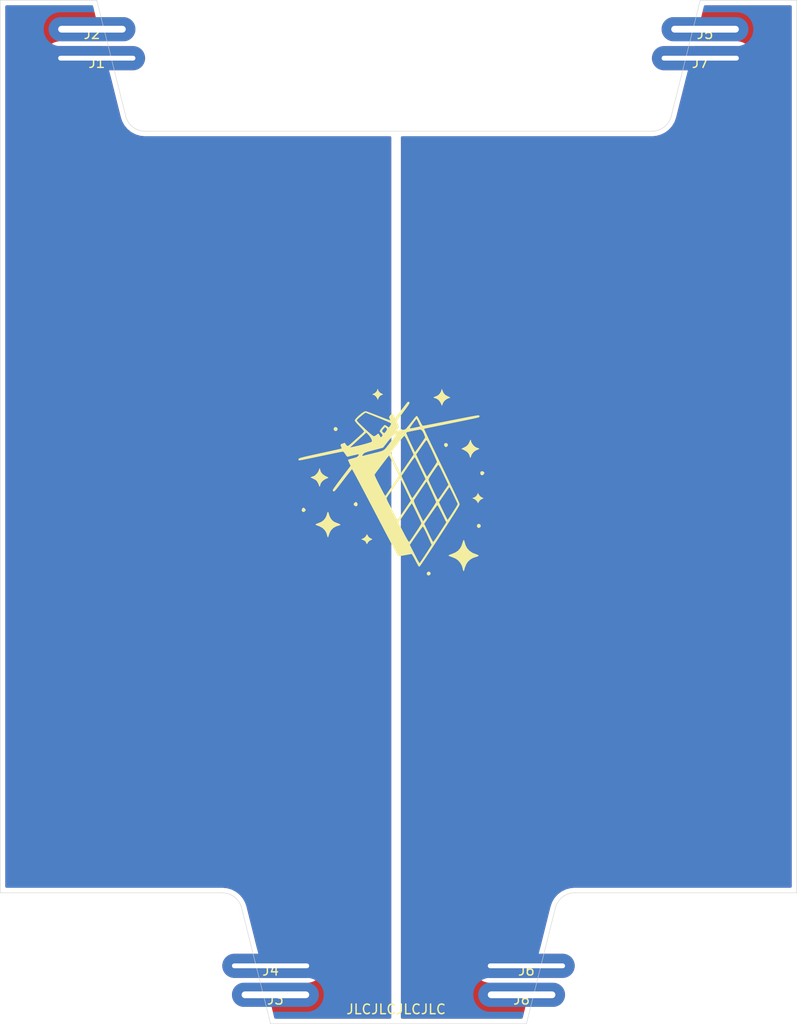
<source format=kicad_pcb>
(kicad_pcb (version 20171130) (host pcbnew 5.99.0+really5.1.10+dfsg1-1)

  (general
    (thickness 1.6)
    (drawings 19)
    (tracks 0)
    (zones 0)
    (modules 9)
    (nets 5)
  )

  (page A4)
  (layers
    (0 F.Cu signal)
    (31 B.Cu signal)
    (32 B.Adhes user)
    (33 F.Adhes user)
    (34 B.Paste user)
    (35 F.Paste user)
    (36 B.SilkS user)
    (37 F.SilkS user)
    (38 B.Mask user)
    (39 F.Mask user)
    (40 Dwgs.User user)
    (41 Cmts.User user)
    (42 Eco1.User user)
    (43 Eco2.User user)
    (44 Edge.Cuts user)
    (45 Margin user)
    (46 B.CrtYd user)
    (47 F.CrtYd user)
    (48 B.Fab user)
    (49 F.Fab user)
  )

  (setup
    (last_trace_width 0.25)
    (user_trace_width 10)
    (trace_clearance 0.5)
    (zone_clearance 0.5)
    (zone_45_only no)
    (trace_min 0.2)
    (via_size 0.8)
    (via_drill 0.4)
    (via_min_size 0.4)
    (via_min_drill 0.3)
    (uvia_size 0.3)
    (uvia_drill 0.1)
    (uvias_allowed no)
    (uvia_min_size 0.2)
    (uvia_min_drill 0.1)
    (edge_width 0.05)
    (segment_width 0.2)
    (pcb_text_width 0.3)
    (pcb_text_size 1.5 1.5)
    (mod_edge_width 0.12)
    (mod_text_size 1 1)
    (mod_text_width 0.15)
    (pad_size 1.524 1.524)
    (pad_drill 0.762)
    (pad_to_mask_clearance 0)
    (aux_axis_origin 0 0)
    (visible_elements FFFFFF7F)
    (pcbplotparams
      (layerselection 0x010fc_ffffffff)
      (usegerberextensions false)
      (usegerberattributes true)
      (usegerberadvancedattributes true)
      (creategerberjobfile true)
      (excludeedgelayer true)
      (linewidth 0.100000)
      (plotframeref false)
      (viasonmask false)
      (mode 1)
      (useauxorigin false)
      (hpglpennumber 1)
      (hpglpenspeed 20)
      (hpglpendiameter 15.000000)
      (psnegative false)
      (psa4output false)
      (plotreference true)
      (plotvalue true)
      (plotinvisibletext false)
      (padsonsilk false)
      (subtractmaskfromsilk false)
      (outputformat 1)
      (mirror false)
      (drillshape 0)
      (scaleselection 1)
      (outputdirectory "./export"))
  )

  (net 0 "")
  (net 1 "Net-(J1-Pad1)")
  (net 2 "Net-(J2-Pad1)")
  (net 3 "Net-(J5-Pad1)")
  (net 4 "Net-(J6-Pad1)")

  (net_class Default "This is the default net class."
    (clearance 0.5)
    (trace_width 0.25)
    (via_dia 0.8)
    (via_drill 0.4)
    (uvia_dia 0.3)
    (uvia_drill 0.1)
    (add_net "Net-(J1-Pad1)")
    (add_net "Net-(J2-Pad1)")
    (add_net "Net-(J5-Pad1)")
    (add_net "Net-(J6-Pad1)")
  )

  (module skyline-solar:hsl-logo (layer F.Cu) (tedit 0) (tstamp 61B3F136)
    (at 41 50)
    (fp_text reference G*** (at 0 0) (layer F.SilkS) hide
      (effects (font (size 1.524 1.524) (thickness 0.3)))
    )
    (fp_text value LOGO (at 0.75 0) (layer F.SilkS) hide
      (effects (font (size 1.524 1.524) (thickness 0.3)))
    )
    (fp_poly (pts (xy 3.494735 9.207843) (xy 3.566301 9.297869) (xy 3.57714 9.403322) (xy 3.526232 9.493238)
      (xy 3.436491 9.552903) (xy 3.330832 9.5676) (xy 3.23217 9.522615) (xy 3.2258 9.516533)
      (xy 3.178602 9.416964) (xy 3.193448 9.30295) (xy 3.262405 9.21458) (xy 3.383313 9.172777)
      (xy 3.494735 9.207843)) (layer F.SilkS) (width 0.01))
    (fp_poly (pts (xy 7.041421 5.915809) (xy 7.072999 6.004711) (xy 7.089284 6.081464) (xy 7.196037 6.448988)
      (xy 7.367821 6.762395) (xy 7.603826 7.020798) (xy 7.903245 7.223314) (xy 8.26527 7.369059)
      (xy 8.265297 7.369066) (xy 8.441239 7.431707) (xy 8.532684 7.489719) (xy 8.539669 7.543193)
      (xy 8.462231 7.592216) (xy 8.371417 7.620523) (xy 7.999366 7.744352) (xy 7.69689 7.910769)
      (xy 7.456678 8.126912) (xy 7.271418 8.399919) (xy 7.133797 8.736927) (xy 7.097385 8.864188)
      (xy 7.052494 9.025184) (xy 7.018973 9.110868) (xy 6.990949 9.128818) (xy 6.962546 9.086614)
      (xy 6.949776 9.054621) (xy 6.917018 8.944907) (xy 6.88557 8.807291) (xy 6.881557 8.786136)
      (xy 6.796426 8.524111) (xy 6.646019 8.26594) (xy 6.447299 8.0356) (xy 6.229492 7.864562)
      (xy 6.111236 7.80285) (xy 5.946547 7.731322) (xy 5.76996 7.664916) (xy 5.760578 7.661705)
      (xy 5.61007 7.60545) (xy 5.494352 7.552691) (xy 5.434173 7.51314) (xy 5.43044 7.507154)
      (xy 5.460648 7.472583) (xy 5.558195 7.42327) (xy 5.708569 7.366135) (xy 5.765862 7.347207)
      (xy 6.119344 7.202895) (xy 6.402225 7.016157) (xy 6.619995 6.781699) (xy 6.778142 6.494225)
      (xy 6.84258 6.308553) (xy 6.909153 6.092607) (xy 6.96249 5.957004) (xy 7.005582 5.898989)
      (xy 7.041421 5.915809)) (layer F.SilkS) (width 0.01))
    (fp_poly (pts (xy 1.332613 -8.403062) (xy 1.386246 -8.340233) (xy 1.3888 -8.329813) (xy 1.3888 -8.295334)
      (xy 1.373867 -8.247766) (xy 1.339137 -8.179842) (xy 1.279749 -8.084296) (xy 1.190841 -7.95386)
      (xy 1.06755 -7.781269) (xy 0.905014 -7.559256) (xy 0.69837 -7.280554) (xy 0.584184 -7.127319)
      (xy 0.042981 -6.401805) (xy 0.175072 -6.102746) (xy 0.307164 -5.803687) (xy 0.153652 -5.59001)
      (xy 0.071485 -5.473457) (xy 0.035195 -5.409541) (xy 0.040813 -5.38246) (xy 0.084372 -5.376411)
      (xy 0.099996 -5.376333) (xy 0.196782 -5.39968) (xy 0.31762 -5.458042) (xy 0.355806 -5.482167)
      (xy 0.486535 -5.561859) (xy 0.562967 -5.584674) (xy 0.591956 -5.552288) (xy 0.592667 -5.540093)
      (xy 0.628141 -5.513728) (xy 0.715736 -5.510278) (xy 0.827212 -5.526005) (xy 0.934325 -5.557173)
      (xy 1.002443 -5.594316) (xy 1.051049 -5.646) (xy 1.074663 -5.673838) (xy 1.417442 -5.673838)
      (xy 1.46818 -5.665181) (xy 1.588927 -5.675996) (xy 1.76777 -5.704374) (xy 1.992798 -5.748403)
      (xy 2.252098 -5.806172) (xy 2.273045 -5.811112) (xy 2.492923 -5.863167) (xy 2.317366 -6.255413)
      (xy 2.241132 -6.418024) (xy 2.174795 -6.545414) (xy 2.126991 -6.621778) (xy 2.109189 -6.636413)
      (xy 2.067841 -6.59787) (xy 1.992036 -6.506535) (xy 1.892758 -6.377693) (xy 1.780989 -6.226627)
      (xy 1.667714 -6.06862) (xy 1.563915 -5.918957) (xy 1.480577 -5.792922) (xy 1.428683 -5.705797)
      (xy 1.417442 -5.673838) (xy 1.074663 -5.673838) (xy 1.140761 -5.751756) (xy 1.260932 -5.898649)
      (xy 1.400915 -6.073743) (xy 1.484704 -6.180205) (xy 1.678359 -6.427431) (xy 1.826844 -6.615632)
      (xy 1.937147 -6.752478) (xy 2.016254 -6.84564) (xy 2.07115 -6.902786) (xy 2.108823 -6.931588)
      (xy 2.136258 -6.939715) (xy 2.160442 -6.934837) (xy 2.169114 -6.931599) (xy 2.211601 -6.88552)
      (xy 2.280166 -6.777881) (xy 2.365753 -6.624158) (xy 2.459306 -6.439822) (xy 2.470593 -6.416473)
      (xy 2.563364 -6.232344) (xy 2.648297 -6.079814) (xy 2.716733 -5.973356) (xy 2.760015 -5.92744)
      (xy 2.763627 -5.926667) (xy 2.819365 -5.934125) (xy 2.949395 -5.956632) (xy 3.154746 -5.994386)
      (xy 3.436446 -6.047583) (xy 3.795524 -6.116422) (xy 4.233008 -6.2011) (xy 4.749926 -6.301816)
      (xy 5.347306 -6.418765) (xy 6.026177 -6.552147) (xy 6.371167 -6.620072) (xy 6.86829 -6.717647)
      (xy 7.288469 -6.799244) (xy 7.637699 -6.865901) (xy 7.921974 -6.918656) (xy 8.14729 -6.958549)
      (xy 8.319641 -6.986616) (xy 8.445022 -7.003896) (xy 8.529429 -7.011427) (xy 8.578856 -7.010248)
      (xy 8.595178 -7.005233) (xy 8.629679 -6.946287) (xy 8.636 -6.899467) (xy 8.635925 -6.880271)
      (xy 8.63224 -6.862741) (xy 8.619756 -6.845666) (xy 8.593282 -6.827836) (xy 8.547631 -6.808039)
      (xy 8.477611 -6.785065) (xy 8.378033 -6.757704) (xy 8.243708 -6.724744) (xy 8.069447 -6.684974)
      (xy 7.850059 -6.637185) (xy 7.580354 -6.580165) (xy 7.255145 -6.512703) (xy 6.86924 -6.433589)
      (xy 6.41745 -6.341611) (xy 5.894586 -6.23556) (xy 5.295459 -6.114225) (xy 5.104839 -6.075627)
      (xy 4.686026 -5.990654) (xy 4.292931 -5.910572) (xy 3.933243 -5.836972) (xy 3.614648 -5.771442)
      (xy 3.344836 -5.71557) (xy 3.131495 -5.670945) (xy 2.982312 -5.639156) (xy 2.904976 -5.621792)
      (xy 2.895662 -5.619107) (xy 2.905237 -5.586938) (xy 2.943138 -5.497617) (xy 3.010322 -5.349121)
      (xy 3.107752 -5.139427) (xy 3.236385 -4.866511) (xy 3.397182 -4.52835) (xy 3.591102 -4.122922)
      (xy 3.819104 -3.648201) (xy 4.08215 -3.102167) (xy 4.381197 -2.482794) (xy 4.486558 -2.264833)
      (xy 4.78909 -1.638272) (xy 5.074754 -1.044899) (xy 5.34164 -0.488751) (xy 5.587839 0.026137)
      (xy 5.811444 0.495726) (xy 6.010544 0.91598) (xy 6.183231 1.282862) (xy 6.327597 1.592335)
      (xy 6.44173 1.840364) (xy 6.523724 2.02291) (xy 6.571669 2.135937) (xy 6.583499 2.169492)
      (xy 6.579552 2.218109) (xy 6.548343 2.300167) (xy 6.486069 2.422489) (xy 6.388931 2.591896)
      (xy 6.253128 2.81521) (xy 6.074862 3.099253) (xy 5.999785 3.217333) (xy 5.683453 3.712461)
      (xy 5.363498 4.211193) (xy 5.043389 4.708251) (xy 4.726591 5.198357) (xy 4.416573 5.676234)
      (xy 4.116801 6.136602) (xy 3.830743 6.574185) (xy 3.561864 6.983703) (xy 3.313633 7.359879)
      (xy 3.089517 7.697435) (xy 2.892982 7.991093) (xy 2.727495 8.235574) (xy 2.596524 8.4256)
      (xy 2.503535 8.555894) (xy 2.451996 8.621177) (xy 2.447003 8.625939) (xy 2.384563 8.65818)
      (xy 2.337819 8.625939) (xy 2.304163 8.571757) (xy 2.239319 8.456143) (xy 2.150832 8.292955)
      (xy 2.046244 8.096047) (xy 1.969972 7.950332) (xy 1.852331 7.730811) (xy 1.749352 7.551295)
      (xy 1.667291 7.421911) (xy 1.612402 7.352791) (xy 1.595686 7.344236) (xy 1.538241 7.356846)
      (xy 1.413049 7.381051) (xy 1.235772 7.413924) (xy 1.022076 7.45254) (xy 0.896391 7.474866)
      (xy 0.644442 7.518202) (xy 0.462803 7.545992) (xy 0.338755 7.559242) (xy 0.259575 7.558961)
      (xy 0.212542 7.546156) (xy 0.192261 7.530629) (xy 0.165121 7.485451) (xy 0.101587 7.370437)
      (xy 0.004431 7.190815) (xy -0.123579 6.951814) (xy -0.27967 6.658662) (xy -0.416338 6.400943)
      (xy 1.421582 6.400943) (xy 1.789048 7.126888) (xy 1.981267 7.503068) (xy 2.140998 7.808024)
      (xy 2.267565 8.04054) (xy 2.360298 8.1994) (xy 2.418522 8.283386) (xy 2.436681 8.297333)
      (xy 2.465326 8.263515) (xy 2.532713 8.169069) (xy 2.631671 8.024503) (xy 2.755032 7.840328)
      (xy 2.895626 7.627054) (xy 2.934804 7.567083) (xy 3.088974 7.330307) (xy 3.236699 7.102816)
      (xy 3.368246 6.899643) (xy 3.473885 6.735823) (xy 3.543881 6.626389) (xy 3.548402 6.619243)
      (xy 3.685845 6.401654) (xy 3.456765 5.87841) (xy 3.32488 5.582221) (xy 3.196391 5.302987)
      (xy 3.076238 5.050648) (xy 2.969364 4.835141) (xy 2.88071 4.666405) (xy 2.815218 4.554377)
      (xy 2.77783 4.508997) (xy 2.775585 4.5085) (xy 2.736197 4.542824) (xy 2.654519 4.641798)
      (xy 2.534925 4.799424) (xy 2.381785 5.009703) (xy 2.199471 5.266636) (xy 1.992357 5.564227)
      (xy 1.777342 5.878055) (xy 1.421582 6.400943) (xy -0.416338 6.400943) (xy -0.461072 6.316587)
      (xy -0.665015 5.930817) (xy -0.888727 5.50658) (xy -1.129439 5.049105) (xy -1.384379 4.563619)
      (xy -1.635512 4.084475) (xy 0.24488 4.084475) (xy 0.46445 4.529321) (xy 0.624154 4.848551)
      (xy 0.778915 5.149801) (xy 0.923895 5.424309) (xy 1.054258 5.663314) (xy 1.165168 5.858056)
      (xy 1.251787 5.999773) (xy 1.309278 6.079706) (xy 1.328507 6.094393) (xy 1.377922 6.061275)
      (xy 1.452227 5.978395) (xy 1.499709 5.914477) (xy 1.704417 5.617308) (xy 1.902072 5.325685)
      (xy 2.08701 5.048376) (xy 2.253563 4.794147) (xy 2.396066 4.571765) (xy 2.508852 4.389997)
      (xy 2.586256 4.25761) (xy 2.60472 4.219904) (xy 2.912765 4.219904) (xy 3.260857 4.956869)
      (xy 3.416618 5.285916) (xy 3.540717 5.546001) (xy 3.637183 5.744937) (xy 3.710046 5.890538)
      (xy 3.763336 5.990618) (xy 3.801083 6.052989) (xy 3.827316 6.085466) (xy 3.846065 6.095862)
      (xy 3.848369 6.096) (xy 3.88178 6.062185) (xy 3.953469 5.967857) (xy 4.055882 5.823695)
      (xy 4.181466 5.640373) (xy 4.322667 5.428571) (xy 4.35003 5.386917) (xy 4.508024 5.145426)
      (xy 4.664527 4.905468) (xy 4.808142 4.684571) (xy 4.927471 4.500265) (xy 5.007888 4.375143)
      (xy 5.201027 4.072452) (xy 4.761618 3.179226) (xy 4.636114 2.927369) (xy 4.521232 2.703009)
      (xy 4.422627 2.516694) (xy 4.345955 2.378972) (xy 4.296871 2.300392) (xy 4.282735 2.286)
      (xy 4.260207 2.301954) (xy 4.215626 2.352978) (xy 4.145605 2.443814) (xy 4.046755 2.579205)
      (xy 3.915688 2.763894) (xy 3.749018 3.002623) (xy 3.543355 3.300136) (xy 3.295313 3.661174)
      (xy 3.176217 3.835035) (xy 2.912765 4.219904) (xy 2.60472 4.219904) (xy 2.622611 4.18337)
      (xy 2.624667 4.173897) (xy 2.607138 4.11972) (xy 2.558443 4.003915) (xy 2.484419 3.838604)
      (xy 2.390901 3.635911) (xy 2.283726 3.40796) (xy 2.16873 3.166872) (xy 2.05175 2.924773)
      (xy 1.93862 2.693784) (xy 1.835179 2.48603) (xy 1.747262 2.313634) (xy 1.680706 2.188718)
      (xy 1.641346 2.123407) (xy 1.634295 2.116667) (xy 1.604951 2.139918) (xy 1.544675 2.212206)
      (xy 1.450726 2.337336) (xy 1.320363 2.519108) (xy 1.150845 2.761327) (xy 0.939431 3.067795)
      (xy 0.764886 3.322821) (xy 0.24488 4.084475) (xy -1.635512 4.084475) (xy -1.650777 4.055351)
      (xy -1.757048 3.852333) (xy -2.160829 3.080938) (xy -2.527092 2.381799) (xy -2.857363 1.752045)
      (xy -2.961114 1.554494) (xy -0.982766 1.554494) (xy -0.980669 1.60881) (xy -0.958445 1.687343)
      (xy -0.911759 1.801313) (xy -0.836277 1.961934) (xy -0.727663 2.180423) (xy -0.658235 2.317515)
      (xy -0.499979 2.626707) (xy -0.348563 2.918409) (xy -0.208813 3.183666) (xy -0.085555 3.413524)
      (xy 0.016386 3.59903) (xy 0.092183 3.73123) (xy 0.137011 3.80117) (xy 0.14619 3.81)
      (xy 0.176301 3.778064) (xy 0.241824 3.693496) (xy 0.329804 3.573152) (xy 0.349562 3.545417)
      (xy 0.432517 3.426945) (xy 0.551967 3.254319) (xy 0.696941 3.043497) (xy 0.856467 2.810435)
      (xy 1.019575 2.57109) (xy 1.031137 2.554081) (xy 1.525051 1.82733) (xy 1.514425 1.804126)
      (xy 1.842254 1.804126) (xy 1.845137 1.864331) (xy 1.865594 1.948875) (xy 1.906823 2.06574)
      (xy 1.972021 2.22291) (xy 2.064383 2.428367) (xy 2.187107 2.690094) (xy 2.343389 3.016073)
      (xy 2.420257 3.175) (xy 2.799737 3.958167) (xy 2.902939 3.831167) (xy 2.955919 3.760523)
      (xy 3.048342 3.631512) (xy 3.172039 3.45578) (xy 3.318842 3.244969) (xy 3.480582 3.010727)
      (xy 3.577404 2.869615) (xy 3.737829 2.632763) (xy 3.880845 2.416842) (xy 3.999792 2.232303)
      (xy 4.088009 2.089595) (xy 4.138835 1.999167) (xy 4.144535 1.984241) (xy 4.443668 1.984241)
      (xy 4.54344 2.209204) (xy 4.633076 2.407094) (xy 4.73673 2.629119) (xy 4.848216 2.862787)
      (xy 4.96135 3.095608) (xy 5.069946 3.315091) (xy 5.167821 3.508743) (xy 5.24879 3.664074)
      (xy 5.306668 3.768593) (xy 5.335271 3.809808) (xy 5.336025 3.81) (xy 5.368024 3.776261)
      (xy 5.437963 3.682508) (xy 5.53798 3.539936) (xy 5.660214 3.359737) (xy 5.789412 3.164417)
      (xy 5.93201 2.944215) (xy 6.064358 2.735884) (xy 6.176889 2.554788) (xy 6.260034 2.416291)
      (xy 6.29956 2.345309) (xy 6.387531 2.171785) (xy 6.10036 1.562143) (xy 5.925978 1.194673)
      (xy 5.781656 0.896384) (xy 5.668309 0.669093) (xy 5.586854 0.514618) (xy 5.538208 0.434776)
      (xy 5.52584 0.423333) (xy 5.497698 0.456745) (xy 5.429154 0.550344) (xy 5.327228 0.694178)
      (xy 5.198939 0.878294) (xy 5.051305 1.092738) (xy 4.97545 1.203787) (xy 4.443668 1.984241)
      (xy 4.144535 1.984241) (xy 4.148667 1.973423) (xy 4.131813 1.918835) (xy 4.084906 1.802849)
      (xy 4.013429 1.637234) (xy 3.922865 1.433762) (xy 3.818694 1.204203) (xy 3.706401 0.960327)
      (xy 3.591467 0.713905) (xy 3.479374 0.476708) (xy 3.375606 0.260506) (xy 3.285644 0.077069)
      (xy 3.214971 -0.061831) (xy 3.169069 -0.144425) (xy 3.153967 -0.162168) (xy 3.119644 -0.116544)
      (xy 3.046065 -0.011963) (xy 2.940982 0.140113) (xy 2.812145 0.328222) (xy 2.667308 0.540904)
      (xy 2.514221 0.766696) (xy 2.360636 0.994138) (xy 2.214306 1.211769) (xy 2.082982 1.408125)
      (xy 1.974415 1.571747) (xy 1.896358 1.691173) (xy 1.856562 1.754941) (xy 1.853751 1.760277)
      (xy 1.842254 1.804126) (xy 1.514425 1.804126) (xy 1.3829 1.516915) (xy 1.316874 1.374304)
      (xy 1.229378 1.187602) (xy 1.126239 0.969016) (xy 1.013286 0.730751) (xy 0.896346 0.485014)
      (xy 0.781249 0.244011) (xy 0.673822 0.019948) (xy 0.579894 -0.174969) (xy 0.505292 -0.328533)
      (xy 0.455845 -0.428538) (xy 0.437742 -0.462576) (xy 0.404306 -0.447819) (xy 0.359765 -0.399076)
      (xy 0.299331 -0.317125) (xy 0.203038 -0.182622) (xy 0.0789 -0.007097) (xy -0.065071 0.197918)
      (xy -0.220863 0.420894) (xy -0.380463 0.6503) (xy -0.535859 0.874606) (xy -0.679038 1.082281)
      (xy -0.801987 1.261795) (xy -0.896696 1.401619) (xy -0.95515 1.49022) (xy -0.96907 1.513181)
      (xy -0.982766 1.554494) (xy -2.961114 1.554494) (xy -3.153169 1.188808) (xy -3.416036 0.689215)
      (xy -3.647489 0.250397) (xy -3.849057 -0.130516) (xy -4.022263 -0.456395) (xy -4.168635 -0.730111)
      (xy -4.246437 -0.874336) (xy -2.225863 -0.874336) (xy -2.215531 -0.809261) (xy -2.162703 -0.671097)
      (xy -2.06743 -0.459955) (xy -1.929765 -0.175944) (xy -1.74976 0.180825) (xy -1.527467 0.610243)
      (xy -1.430805 0.794567) (xy -1.317103 1.009875) (xy -1.235427 1.15949) (xy -1.178427 1.252669)
      (xy -1.138751 1.298671) (xy -1.109048 1.306754) (xy -1.081967 1.286177) (xy -1.061063 1.260234)
      (xy -1.018199 1.200352) (xy -0.935152 1.080442) (xy -0.81893 0.910769) (xy -0.676542 0.701601)
      (xy -0.514996 0.463203) (xy -0.342367 0.207425) (xy 0.286483 -0.726148) (xy 0.55318 -0.726148)
      (xy 1.059983 0.338631) (xy 1.223272 0.682183) (xy 1.353747 0.956692) (xy 1.455561 1.169285)
      (xy 1.532869 1.327086) (xy 1.589825 1.437221) (xy 1.630584 1.506817) (xy 1.659301 1.542999)
      (xy 1.680131 1.552894) (xy 1.697227 1.543627) (xy 1.714744 1.522323) (xy 1.735578 1.497407)
      (xy 1.77962 1.441729) (xy 1.863906 1.326343) (xy 1.981127 1.161595) (xy 2.123975 0.95783)
      (xy 2.285139 0.725391) (xy 2.429828 0.514816) (xy 2.596336 0.270851) (xy 2.745865 0.050527)
      (xy 2.872094 -0.136738) (xy 2.9687 -0.281528) (xy 3.016844 -0.355259) (xy 3.360659 -0.355259)
      (xy 3.362059 -0.316139) (xy 3.387466 -0.248285) (xy 3.443129 -0.118864) (xy 3.522785 0.058829)
      (xy 3.620173 0.271497) (xy 3.729029 0.505847) (xy 3.843091 0.748581) (xy 3.956098 0.986405)
      (xy 4.061786 1.206023) (xy 4.153893 1.394139) (xy 4.226157 1.537459) (xy 4.272316 1.622685)
      (xy 4.282538 1.638113) (xy 4.336102 1.686263) (xy 4.354933 1.69333) (xy 4.38832 1.660595)
      (xy 4.457871 1.572067) (xy 4.552575 1.442258) (xy 4.6355 1.323608) (xy 4.776612 1.11807)
      (xy 4.938784 0.881647) (xy 5.095271 0.653337) (xy 5.156024 0.564633) (xy 5.422549 0.175377)
      (xy 4.992882 -0.727228) (xy 4.832951 -1.062251) (xy 4.704626 -1.327883) (xy 4.603646 -1.531429)
      (xy 4.525751 -1.680191) (xy 4.466678 -1.781472) (xy 4.422166 -1.842577) (xy 4.387953 -1.870809)
      (xy 4.35978 -1.873471) (xy 4.333383 -1.857867) (xy 4.333244 -1.857752) (xy 4.291657 -1.808215)
      (xy 4.211504 -1.699833) (xy 4.101066 -1.544288) (xy 3.968623 -1.353261) (xy 3.822454 -1.138434)
      (xy 3.804713 -1.112098) (xy 3.637161 -0.860292) (xy 3.514095 -0.667903) (xy 3.4304 -0.525733)
      (xy 3.38096 -0.424585) (xy 3.360659 -0.355259) (xy 3.016844 -0.355259) (xy 3.029362 -0.374429)
      (xy 3.048 -0.405889) (xy 3.030283 -0.453898) (xy 2.980866 -0.564967) (xy 2.905348 -0.727618)
      (xy 2.809327 -0.930374) (xy 2.698402 -1.161757) (xy 2.578174 -1.41029) (xy 2.45424 -1.664494)
      (xy 2.332201 -1.912892) (xy 2.217654 -2.144007) (xy 2.116199 -2.346361) (xy 2.033435 -2.508475)
      (xy 1.974961 -2.618874) (xy 1.946377 -2.666078) (xy 1.944976 -2.667) (xy 1.917824 -2.653431)
      (xy 1.872869 -2.608688) (xy 1.805628 -2.526713) (xy 1.711618 -2.40145) (xy 1.586357 -2.226843)
      (xy 1.425362 -1.996836) (xy 1.22415 -1.705372) (xy 1.109201 -1.537824) (xy 0.55318 -0.726148)
      (xy 0.286483 -0.726148) (xy 0.302089 -0.749316) (xy -0.106007 -1.612908) (xy -0.230898 -1.875276)
      (xy -0.350525 -2.123056) (xy -0.457909 -2.342059) (xy -0.546068 -2.518096) (xy -0.608021 -2.636979)
      (xy -0.623189 -2.664128) (xy -0.732273 -2.851755) (xy -0.833537 -2.727628) (xy -0.91924 -2.619958)
      (xy -1.03744 -2.467789) (xy -1.180004 -2.28195) (xy -1.338797 -2.073266) (xy -1.505685 -1.852566)
      (xy -1.672534 -1.630676) (xy -1.83121 -1.418423) (xy -1.973579 -1.226635) (xy -2.091507 -1.066138)
      (xy -2.176859 -0.94776) (xy -2.221502 -0.882328) (xy -2.225863 -0.874336) (xy -4.246437 -0.874336)
      (xy -4.2897 -0.954533) (xy -4.386982 -1.132532) (xy -4.462009 -1.266979) (xy -4.516306 -1.360743)
      (xy -4.5514 -1.416695) (xy -4.568817 -1.437706) (xy -4.570019 -1.438021) (xy -4.600614 -1.405373)
      (xy -4.675913 -1.313666) (xy -4.789354 -1.171225) (xy -4.934379 -0.986375) (xy -5.104428 -0.767441)
      (xy -5.29294 -0.522746) (xy -5.353268 -0.444052) (xy -5.613214 -0.104879) (xy -5.82689 0.172686)
      (xy -5.999338 0.39438) (xy -6.135605 0.565938) (xy -6.240736 0.693098) (xy -6.319775 0.781593)
      (xy -6.377767 0.837162) (xy -6.419757 0.865539) (xy -6.45079 0.87246) (xy -6.47591 0.863662)
      (xy -6.492569 0.851313) (xy -6.548781 0.784071) (xy -6.560975 0.746233) (xy -6.534186 0.686686)
      (xy -6.455034 0.562051) (xy -6.324181 0.373248) (xy -6.142288 0.121195) (xy -5.910018 -0.193188)
      (xy -5.628033 -0.568984) (xy -5.340113 -0.948669) (xy -4.704769 -1.783139) (xy -4.849753 -2.085668)
      (xy -4.913901 -2.230335) (xy -4.95499 -2.344772) (xy -4.966138 -2.409013) (xy -4.963285 -2.415029)
      (xy -4.910699 -2.436677) (xy -4.795991 -2.472317) (xy -4.639298 -2.515897) (xy -4.550833 -2.538945)
      (xy -4.36876 -2.588202) (xy -4.207059 -2.637054) (xy -4.09133 -2.67757) (xy -4.062503 -2.690237)
      (xy -3.981094 -2.751841) (xy -3.929352 -2.813396) (xy -3.505958 -2.813396) (xy -3.451432 -2.807277)
      (xy -3.439583 -2.810517) (xy -3.377598 -2.827033) (xy -3.246787 -2.860469) (xy -3.060529 -2.907453)
      (xy -2.832197 -2.964617) (xy -2.575168 -3.028591) (xy -2.497667 -3.047813) (xy -2.267805 -3.104282)
      (xy -0.5548 -3.104282) (xy -0.379633 -2.706228) (xy -0.275692 -2.47448) (xy -0.161114 -2.22651)
      (xy -0.041662 -1.973993) (xy 0.076899 -1.728602) (xy 0.188805 -1.502013) (xy 0.288292 -1.305899)
      (xy 0.369596 -1.151934) (xy 0.426952 -1.051793) (xy 0.454363 -1.017126) (xy 0.493183 -1.049735)
      (xy 0.564716 -1.134457) (xy 0.653978 -1.253453) (xy 0.660227 -1.262217) (xy 0.738633 -1.37403)
      (xy 0.853883 -1.540352) (xy 0.995271 -1.745637) (xy 1.152094 -1.974341) (xy 1.313646 -2.210919)
      (xy 1.325062 -2.227677) (xy 1.816503 -2.949171) (xy 1.810891 -2.961604) (xy 2.080603 -2.961604)
      (xy 2.242697 -2.610752) (xy 2.386014 -2.303357) (xy 2.531264 -1.996918) (xy 2.673708 -1.700965)
      (xy 2.808606 -1.425026) (xy 2.931219 -1.178629) (xy 3.036807 -0.971304) (xy 3.120631 -0.81258)
      (xy 3.17795 -0.711984) (xy 3.203574 -0.67894) (xy 3.245762 -0.711791) (xy 3.315461 -0.794064)
      (xy 3.363024 -0.858857) (xy 3.567171 -1.15327) (xy 3.753551 -1.426107) (xy 3.916849 -1.669288)
      (xy 4.051753 -1.874735) (xy 4.152948 -2.034368) (xy 4.21512 -2.140107) (xy 4.233333 -2.182092)
      (xy 4.215592 -2.246354) (xy 4.166188 -2.373143) (xy 4.090851 -2.550306) (xy 3.995311 -2.76569)
      (xy 3.885297 -3.007146) (xy 3.766539 -3.26252) (xy 3.644766 -3.51966) (xy 3.525709 -3.766416)
      (xy 3.415097 -3.990635) (xy 3.318659 -4.180165) (xy 3.242126 -4.322854) (xy 3.191227 -4.406551)
      (xy 3.176889 -4.422666) (xy 3.159771 -4.433451) (xy 3.143096 -4.436646) (xy 3.120693 -4.424473)
      (xy 3.086391 -4.389157) (xy 3.034017 -4.322919) (xy 2.957401 -4.217984) (xy 2.850372 -4.066574)
      (xy 2.706757 -3.860912) (xy 2.532551 -3.610691) (xy 2.080603 -2.961604) (xy 1.810891 -2.961604)
      (xy 1.550556 -3.538336) (xy 1.362114 -3.951134) (xy 1.204209 -4.286812) (xy 1.076053 -4.546907)
      (xy 0.976861 -4.732958) (xy 0.905844 -4.846504) (xy 0.862215 -4.889083) (xy 0.859062 -4.8895)
      (xy 0.820049 -4.857637) (xy 0.738445 -4.76927) (xy 0.622981 -4.635235) (xy 0.482388 -4.466367)
      (xy 0.325397 -4.2735) (xy 0.16074 -4.067469) (xy -0.002853 -3.85911) (xy -0.15665 -3.659256)
      (xy -0.29192 -3.478744) (xy -0.399932 -3.328407) (xy -0.406064 -3.319558) (xy -0.5548 -3.104282)
      (xy -2.267805 -3.104282) (xy -2.152891 -3.132512) (xy -1.878195 -3.200673) (xy -1.662134 -3.258616)
      (xy -1.493267 -3.312662) (xy -1.360149 -3.36913) (xy -1.251338 -3.434342) (xy -1.155389 -3.514616)
      (xy -1.060861 -3.616274) (xy -0.956309 -3.745635) (xy -0.83029 -3.90902) (xy -0.749508 -4.013334)
      (xy -0.524751 -4.302818) (xy -0.348869 -4.53291) (xy -0.217713 -4.710226) (xy -0.127133 -4.841378)
      (xy -0.072977 -4.932982) (xy -0.051097 -4.991651) (xy -0.057342 -5.024) (xy -0.087562 -5.036642)
      (xy -0.106779 -5.037667) (xy -0.191565 -5.002486) (xy -0.318437 -4.899183) (xy -0.484109 -4.73112)
      (xy -0.685295 -4.501656) (xy -0.918708 -4.214154) (xy -0.945964 -4.179445) (xy -1.351183 -3.661833)
      (xy -2.231342 -3.434281) (xy -2.55609 -3.349502) (xy -2.809342 -3.280693) (xy -3.001855 -3.223755)
      (xy -3.144386 -3.174593) (xy -3.247693 -3.129111) (xy -3.322533 -3.083211) (xy -3.379665 -3.032798)
      (xy -3.425262 -2.979637) (xy -3.497147 -2.871878) (xy -3.505958 -2.813396) (xy -3.929352 -2.813396)
      (xy -3.908086 -2.838694) (xy -3.861312 -2.924557) (xy -3.858603 -2.983195) (xy -3.861247 -2.986358)
      (xy -3.906686 -2.983838) (xy -4.016684 -2.96424) (xy -4.173792 -2.931535) (xy -4.360559 -2.889697)
      (xy -4.559536 -2.842699) (xy -4.753275 -2.794514) (xy -4.924325 -2.749113) (xy -5.005704 -2.72579)
      (xy -5.058496 -2.734101) (xy -5.124601 -2.795172) (xy -5.21375 -2.919036) (xy -5.253849 -2.981715)
      (xy -5.369302 -3.148018) (xy -5.460237 -3.240546) (xy -5.507571 -3.259667) (xy -5.568947 -3.25116)
      (xy -5.701368 -3.227184) (xy -5.893098 -3.190053) (xy -6.132403 -3.142085) (xy -6.407551 -3.085593)
      (xy -6.698759 -3.024596) (xy -7.305186 -2.896445) (xy -7.834117 -2.784865) (xy -8.290863 -2.688791)
      (xy -8.680735 -2.607155) (xy -9.009047 -2.538891) (xy -9.281109 -2.482932) (xy -9.502234 -2.438211)
      (xy -9.677734 -2.403661) (xy -9.81292 -2.378216) (xy -9.913105 -2.360809) (xy -9.9836 -2.350372)
      (xy -10.029718 -2.345841) (xy -10.056771 -2.346146) (xy -10.066331 -2.34831) (xy -10.106095 -2.401997)
      (xy -10.110053 -2.465728) (xy -10.102462 -2.492036) (xy -10.083485 -2.517283) (xy -10.047161 -2.543039)
      (xy -9.987526 -2.570875) (xy -9.898619 -2.602362) (xy -9.774477 -2.639068) (xy -9.609137 -2.682566)
      (xy -9.396638 -2.734425) (xy -9.131017 -2.796215) (xy -8.806311 -2.869508) (xy -8.416559 -2.955872)
      (xy -7.955798 -3.05688) (xy -7.43233 -3.170996) (xy -7.057088 -3.253046) (xy -6.707897 -3.330114)
      (xy -6.393351 -3.400252) (xy -6.122043 -3.461511) (xy -5.902567 -3.511941) (xy -5.743514 -3.549594)
      (xy -5.653478 -3.57252) (xy -5.63616 -3.578396) (xy -5.639152 -3.62606) (xy -5.6661 -3.700587)
      (xy -4.741333 -3.700587) (xy -4.706449 -3.693669) (xy -4.646083 -3.702973) (xy -4.56293 -3.721251)
      (xy -4.421844 -3.751713) (xy -4.24772 -3.788994) (xy -4.169833 -3.805585) (xy -3.984611 -3.847942)
      (xy -3.755847 -3.904703) (xy -3.503309 -3.970484) (xy -3.246764 -4.039901) (xy -3.005978 -4.107568)
      (xy -2.800718 -4.168102) (xy -2.650751 -4.216117) (xy -2.613554 -4.229511) (xy -2.519826 -4.294162)
      (xy -2.498064 -4.369869) (xy -2.526026 -4.484934) (xy -2.600093 -4.637657) (xy -2.706641 -4.805693)
      (xy -2.832041 -4.966696) (xy -2.916902 -5.056698) (xy -3.090038 -5.223895) (xy -3.227769 -5.095793)
      (xy -3.299952 -5.029377) (xy -3.423356 -4.916616) (xy -3.586452 -4.768007) (xy -3.777716 -4.594052)
      (xy -3.98562 -4.405247) (xy -4.053417 -4.343739) (xy -4.253817 -4.161137) (xy -4.431233 -3.997877)
      (xy -4.576662 -3.862377) (xy -4.681098 -3.763056) (xy -4.735538 -3.708332) (xy -4.741333 -3.700587)
      (xy -5.6661 -3.700587) (xy -5.672608 -3.718582) (xy -5.686246 -3.748468) (xy -5.741671 -3.883918)
      (xy -5.742668 -3.971059) (xy -5.679833 -4.031235) (xy -5.54376 -4.085791) (xy -5.536551 -4.088195)
      (xy -5.315769 -4.161527) (xy -5.229635 -4.043388) (xy -5.16884 -3.956873) (xy -5.119997 -3.891118)
      (xy -5.07433 -3.85004) (xy -5.023068 -3.837557) (xy -4.957436 -3.857585) (xy -4.868662 -3.914041)
      (xy -4.747971 -4.010843) (xy -4.586591 -4.151907) (xy -4.375748 -4.341149) (xy -4.191 -4.507096)
      (xy -3.967202 -4.708506) (xy -3.763314 -4.893855) (xy -3.588189 -5.054947) (xy -3.450677 -5.183587)
      (xy -3.35963 -5.271578) (xy -3.324713 -5.309266) (xy -3.322264 -5.347123) (xy -3.355277 -5.41004)
      (xy -3.429954 -5.505775) (xy -3.552493 -5.642084) (xy -3.729096 -5.826726) (xy -3.779797 -5.878668)
      (xy -3.990853 -6.0993) (xy -4.141313 -6.268532) (xy -4.234529 -6.390454) (xy -4.273854 -6.469154)
      (xy -4.275667 -6.483497) (xy -4.2658 -6.507913) (xy -4.055977 -6.507913) (xy -4.04309 -6.455579)
      (xy -4.022762 -6.415546) (xy -3.973719 -6.352907) (xy -3.872581 -6.244231) (xy -3.730316 -6.099975)
      (xy -3.557894 -5.930593) (xy -3.366281 -5.746541) (xy -3.166447 -5.558275) (xy -2.969361 -5.376251)
      (xy -2.78599 -5.210925) (xy -2.627304 -5.072752) (xy -2.528712 -4.991341) (xy -2.410424 -4.90252)
      (xy -2.329474 -4.861137) (xy -2.260381 -4.857863) (xy -2.205817 -4.873114) (xy -2.087779 -4.935983)
      (xy -1.987475 -5.018833) (xy -1.8986 -5.09806) (xy -1.830456 -5.11015) (xy -1.767358 -5.050316)
      (xy -1.702319 -4.931833) (xy -1.638346 -4.808859) (xy -1.590437 -4.754284) (xy -1.541006 -4.758815)
      (xy -1.474417 -4.811395) (xy -1.40899 -4.900237) (xy -1.413589 -4.99504) (xy -1.490772 -5.108587)
      (xy -1.545167 -5.164667) (xy -1.632504 -5.262498) (xy -1.685729 -5.347533) (xy -1.693333 -5.376401)
      (xy -1.683067 -5.401856) (xy -1.45064 -5.401856) (xy -1.428416 -5.327233) (xy -1.344759 -5.241308)
      (xy -1.316903 -5.217583) (xy -1.257325 -5.176554) (xy -1.207155 -5.178161) (xy -1.202144 -5.18265)
      (xy 1.058333 -5.18265) (xy 1.077101 -5.114538) (xy 1.132365 -4.974314) (xy 1.22256 -4.765497)
      (xy 1.346124 -4.491606) (xy 1.501494 -4.156161) (xy 1.687108 -3.76268) (xy 1.714672 -3.704729)
      (xy 1.956256 -3.197292) (xy 2.058492 -3.323729) (xy 2.115528 -3.399787) (xy 2.209896 -3.531797)
      (xy 2.331601 -3.705513) (xy 2.470644 -3.906684) (xy 2.589792 -4.080973) (xy 3.018856 -4.711779)
      (xy 2.940014 -4.943727) (xy 2.846743 -5.176467) (xy 2.744012 -5.361414) (xy 2.639504 -5.487528)
      (xy 2.5409 -5.543767) (xy 2.521245 -5.545667) (xy 2.44979 -5.537195) (xy 2.314079 -5.514251)
      (xy 2.132547 -5.480541) (xy 1.923631 -5.439773) (xy 1.705766 -5.395653) (xy 1.497388 -5.351889)
      (xy 1.316932 -5.312188) (xy 1.182835 -5.280256) (xy 1.132417 -5.266405) (xy 1.069588 -5.218321)
      (xy 1.058333 -5.18265) (xy -1.202144 -5.18265) (xy -1.147359 -5.231722) (xy -1.061996 -5.34234)
      (xy -0.974407 -5.470047) (xy -0.939785 -5.556693) (xy -0.95613 -5.625618) (xy -1.021446 -5.700163)
      (xy -1.030632 -5.708861) (xy -1.129931 -5.802147) (xy -1.308939 -5.607946) (xy -1.410969 -5.487864)
      (xy -1.45064 -5.401856) (xy -1.683067 -5.401856) (xy -1.667169 -5.441274) (xy -1.598937 -5.545827)
      (xy -1.504032 -5.671398) (xy -1.397848 -5.799326) (xy -1.295779 -5.910949) (xy -1.213218 -5.987605)
      (xy -1.169587 -6.011333) (xy -1.104856 -5.987928) (xy -1.002137 -5.928233) (xy -0.938052 -5.884333)
      (xy -0.835555 -5.812142) (xy -0.764777 -5.766134) (xy -0.746826 -5.757333) (xy -0.710913 -5.790698)
      (xy -0.653055 -5.872981) (xy -0.589354 -5.977463) (xy -0.535913 -6.077426) (xy -0.508836 -6.146153)
      (xy -0.508 -6.153595) (xy -0.51911 -6.172998) (xy -0.556207 -6.200603) (xy -0.624941 -6.238869)
      (xy -0.730962 -6.290261) (xy -0.879922 -6.357239) (xy -1.07747 -6.442264) (xy -1.329256 -6.5478)
      (xy -1.640931 -6.676307) (xy -2.018145 -6.830247) (xy -2.466549 -7.012082) (xy -2.632347 -7.07913)
      (xy -3.169194 -7.296109) (xy -3.394347 -7.122049) (xy -3.549933 -6.997313) (xy -3.724605 -6.850715)
      (xy -3.851963 -6.739377) (xy -3.970277 -6.631111) (xy -4.034994 -6.560189) (xy -4.055977 -6.507913)
      (xy -4.2658 -6.507913) (xy -4.243686 -6.562634) (xy -4.156429 -6.678871) (xy -4.026923 -6.819278)
      (xy -3.868198 -6.970925) (xy -3.693282 -7.120883) (xy -3.515203 -7.256221) (xy -3.456539 -7.296417)
      (xy -3.308687 -7.387109) (xy -3.203555 -7.430465) (xy -3.119808 -7.434512) (xy -3.100329 -7.430479)
      (xy -3.033457 -7.40827) (xy -2.8987 -7.359103) (xy -2.706925 -7.287102) (xy -2.469002 -7.196393)
      (xy -2.195798 -7.091099) (xy -1.898182 -6.975346) (xy -1.80532 -6.939024) (xy -1.50819 -6.823449)
      (xy -1.237219 -6.719578) (xy -1.002212 -6.63105) (xy -0.812973 -6.5615) (xy -0.679307 -6.514565)
      (xy -0.611018 -6.493882) (xy -0.604327 -6.493562) (xy -0.609609 -6.538974) (xy -0.646107 -6.626587)
      (xy -0.653045 -6.640297) (xy -0.69889 -6.744399) (xy -0.71957 -6.821879) (xy -0.719667 -6.825086)
      (xy -0.692291 -6.896478) (xy -0.624608 -6.994474) (xy -0.538285 -7.093907) (xy -0.454988 -7.169611)
      (xy -0.399763 -7.196667) (xy -0.350769 -7.161536) (xy -0.282897 -7.070069) (xy -0.220426 -6.960147)
      (xy -0.100828 -6.723627) (xy 0.510503 -7.514448) (xy 0.685748 -7.741103) (xy 0.845639 -7.947816)
      (xy 0.982252 -8.124349) (xy 1.087659 -8.260462) (xy 1.153937 -8.345915) (xy 1.171553 -8.368521)
      (xy 1.248503 -8.414726) (xy 1.332613 -8.403062)) (layer F.SilkS) (width 0.01))
    (fp_poly (pts (xy -2.970064 5.366631) (xy -2.924276 5.454579) (xy -2.827828 5.598306) (xy -2.696177 5.694982)
      (xy -2.639636 5.722103) (xy -2.533919 5.773931) (xy -2.473625 5.813549) (xy -2.467787 5.826231)
      (xy -2.514052 5.855199) (xy -2.609895 5.907033) (xy -2.672388 5.93911) (xy -2.832724 6.050424)
      (xy -2.927877 6.173433) (xy -2.986666 6.285379) (xy -3.024608 6.322094) (xy -3.058449 6.284216)
      (xy -3.101919 6.180041) (xy -3.157099 6.070325) (xy -3.235097 5.993289) (xy -3.363022 5.923787)
      (xy -3.392423 5.910586) (xy -3.615809 5.812) (xy -3.465887 5.762521) (xy -3.296624 5.672104)
      (xy -3.149246 5.532618) (xy -3.056383 5.37693) (xy -3.03122 5.318005) (xy -3.00716 5.311801)
      (xy -2.970064 5.366631)) (layer F.SilkS) (width 0.01))
    (fp_poly (pts (xy -7.021127 3.021688) (xy -6.98319 3.124025) (xy -6.963442 3.198827) (xy -6.869093 3.486877)
      (xy -6.720681 3.735376) (xy -6.663995 3.806445) (xy -6.544475 3.924539) (xy -6.394294 4.022882)
      (xy -6.193065 4.113263) (xy -6.035623 4.169833) (xy -5.87065 4.235455) (xy -5.783911 4.293515)
      (xy -5.77706 4.341878) (xy -5.851749 4.378407) (xy -5.870743 4.382874) (xy -6.217347 4.489878)
      (xy -6.498323 4.649211) (xy -6.716665 4.863614) (xy -6.875369 5.135823) (xy -6.955964 5.375262)
      (xy -6.995605 5.50384) (xy -7.035942 5.593603) (xy -7.059289 5.619818) (xy -7.09227 5.591821)
      (xy -7.123716 5.503882) (xy -7.134246 5.452582) (xy -7.226456 5.146039) (xy -7.389787 4.87842)
      (xy -7.616194 4.658634) (xy -7.89763 4.495591) (xy -8.048201 4.440616) (xy -8.200757 4.386828)
      (xy -8.303437 4.33543) (xy -8.339667 4.295714) (xy -8.30154 4.253484) (xy -8.200426 4.204317)
      (xy -8.09625 4.169395) (xy -7.772689 4.040501) (xy -7.514108 3.857644) (xy -7.318911 3.619162)
      (xy -7.185501 3.323398) (xy -7.148111 3.18439) (xy -7.11332 3.06379) (xy -7.07656 2.988819)
      (xy -7.054681 2.975384) (xy -7.021127 3.021688)) (layer F.SilkS) (width 0.01))
    (fp_poly (pts (xy 8.677593 4.262334) (xy 8.74801 4.350924) (xy 8.763 4.454514) (xy 8.738943 4.55721)
      (xy 8.654411 4.615381) (xy 8.572546 4.64596) (xy 8.5287 4.649573) (xy 8.48032 4.625267)
      (xy 8.456083 4.610942) (xy 8.389018 4.531778) (xy 8.375468 4.42575) (xy 8.408386 4.322004)
      (xy 8.480722 4.249688) (xy 8.547396 4.233333) (xy 8.677593 4.262334)) (layer F.SilkS) (width 0.01))
    (fp_poly (pts (xy -9.539499 2.572307) (xy -9.463447 2.640038) (xy -9.380007 2.737725) (xy -9.363645 2.81284)
      (xy -9.412207 2.891552) (xy -9.440333 2.921) (xy -9.543793 2.994562) (xy -9.642854 2.990423)
      (xy -9.711041 2.950662) (xy -9.766466 2.864249) (xy -9.766754 2.750364) (xy -9.716186 2.641852)
      (xy -9.66453 2.593847) (xy -9.595926 2.558751) (xy -9.539499 2.572307)) (layer F.SilkS) (width 0.01))
    (fp_poly (pts (xy -4.093803 2.001181) (xy -4.015376 2.091239) (xy -3.98529 2.205951) (xy -4.007829 2.312472)
      (xy -4.047293 2.357996) (xy -4.151399 2.40805) (xy -4.244274 2.384134) (xy -4.316351 2.320351)
      (xy -4.383966 2.235776) (xy -4.392041 2.169624) (xy -4.338239 2.092168) (xy -4.294887 2.047371)
      (xy -4.217415 1.97872) (xy -4.161092 1.966376) (xy -4.093803 2.001181)) (layer F.SilkS) (width 0.01))
    (fp_poly (pts (xy 8.570823 1.199647) (xy 8.69334 1.361346) (xy 8.862221 1.476333) (xy 9.061548 1.57891)
      (xy 8.90169 1.651309) (xy 8.742771 1.74377) (xy 8.622839 1.869696) (xy 8.53716 2.010833)
      (xy 8.49026 2.084329) (xy 8.469494 2.077611) (xy 8.468361 2.063872) (xy 8.434554 1.974918)
      (xy 8.351302 1.86399) (xy 8.241023 1.753881) (xy 8.126135 1.667385) (xy 8.040979 1.629316)
      (xy 7.952108 1.595947) (xy 7.916748 1.556679) (xy 7.943891 1.528558) (xy 7.98542 1.524)
      (xy 8.105982 1.48978) (xy 8.237001 1.401687) (xy 8.351057 1.281573) (xy 8.407093 1.187958)
      (xy 8.478752 1.025538) (xy 8.570823 1.199647)) (layer F.SilkS) (width 0.01))
    (fp_poly (pts (xy -7.890293 -1.486732) (xy -7.864664 -1.394042) (xy -7.858905 -1.361931) (xy -7.780201 -1.132852)
      (xy -7.623279 -0.931891) (xy -7.390756 -0.761982) (xy -7.267648 -0.698954) (xy -7.118463 -0.627257)
      (xy -7.038798 -0.579622) (xy -7.019462 -0.548918) (xy -7.0485 -0.528974) (xy -7.36169 -0.389364)
      (xy -7.602545 -0.220112) (xy -7.767917 -0.02413) (xy -7.854658 0.19567) (xy -7.859309 0.221454)
      (xy -7.88859 0.338481) (xy -7.923184 0.375791) (xy -7.958193 0.331612) (xy -7.977581 0.264256)
      (xy -8.012835 0.162801) (xy -8.076402 0.025406) (xy -8.128733 -0.072249) (xy -8.20436 -0.191803)
      (xy -8.284352 -0.278418) (xy -8.393376 -0.352999) (xy -8.5561 -0.436453) (xy -8.561539 -0.439058)
      (xy -8.868833 -0.586105) (xy -8.711443 -0.652886) (xy -8.600332 -0.695532) (xy -8.520035 -0.718426)
      (xy -8.508344 -0.719667) (xy -8.457124 -0.74769) (xy -8.367306 -0.821058) (xy -8.261409 -0.920893)
      (xy -8.101801 -1.111511) (xy -8.010534 -1.300816) (xy -8.003923 -1.323059) (xy -7.965724 -1.438851)
      (xy -7.930647 -1.511469) (xy -7.916242 -1.524) (xy -7.890293 -1.486732)) (layer F.SilkS) (width 0.01))
    (fp_poly (pts (xy 8.980928 -1.212451) (xy 9.081467 -1.157671) (xy 9.139349 -1.069781) (xy 9.144 -1.034143)
      (xy 9.112913 -0.95639) (xy 9.040599 -0.87245) (xy 8.958479 -0.814629) (xy 8.92175 -0.805621)
      (xy 8.842517 -0.826826) (xy 8.79475 -0.850058) (xy 8.738989 -0.92483) (xy 8.721953 -1.035658)
      (xy 8.746539 -1.141884) (xy 8.771467 -1.176867) (xy 8.867629 -1.222668) (xy 8.980928 -1.212451)) (layer F.SilkS) (width 0.01))
    (fp_poly (pts (xy 7.737942 -4.475362) (xy 7.747 -4.410979) (xy 7.777931 -4.271227) (xy 7.859406 -4.106804)
      (xy 7.974449 -3.94412) (xy 8.106082 -3.809585) (xy 8.159109 -3.769878) (xy 8.280301 -3.69753)
      (xy 8.381813 -3.650639) (xy 8.4235 -3.640667) (xy 8.512522 -3.616661) (xy 8.571696 -3.582989)
      (xy 8.609239 -3.548071) (xy 8.599423 -3.519655) (xy 8.530141 -3.486803) (xy 8.424858 -3.450341)
      (xy 8.204141 -3.342874) (xy 8.008542 -3.184353) (xy 7.859034 -2.995121) (xy 7.785099 -2.829767)
      (xy 7.738652 -2.684779) (xy 7.70188 -2.620852) (xy 7.669517 -2.635711) (xy 7.636298 -2.727078)
      (xy 7.627261 -2.761534) (xy 7.552352 -2.974269) (xy 7.438473 -3.142044) (xy 7.269588 -3.283243)
      (xy 7.075923 -3.393539) (xy 6.766844 -3.548578) (xy 7.042007 -3.679902) (xy 7.274027 -3.812645)
      (xy 7.440107 -3.965172) (xy 7.558974 -4.157273) (xy 7.607753 -4.277707) (xy 7.662979 -4.411054)
      (xy 7.708193 -4.478678) (xy 7.737942 -4.475362)) (layer F.SilkS) (width 0.01))
    (fp_poly (pts (xy 5.307912 -4.084607) (xy 5.362372 -3.994929) (xy 5.358657 -3.886844) (xy 5.311289 -3.808294)
      (xy 5.20487 -3.735236) (xy 5.100452 -3.745319) (xy 5.013965 -3.829094) (xy 4.970037 -3.950324)
      (xy 4.992052 -4.057295) (xy 5.074431 -4.12554) (xy 5.082165 -4.128187) (xy 5.209701 -4.135739)
      (xy 5.307912 -4.084607)) (layer F.SilkS) (width 0.01))
    (fp_poly (pts (xy -6.178078 -5.77264) (xy -6.092798 -5.69978) (xy -6.058071 -5.596398) (xy -6.08618 -5.486089)
      (xy -6.120191 -5.442857) (xy -6.228868 -5.381942) (xy -6.342456 -5.403246) (xy -6.41466 -5.462282)
      (xy -6.465982 -5.569669) (xy -6.451547 -5.67951) (xy -6.381155 -5.763273) (xy -6.301626 -5.791382)
      (xy -6.178078 -5.77264)) (layer F.SilkS) (width 0.01))
    (fp_poly (pts (xy 4.78182 -9.65859) (xy 4.819601 -9.552363) (xy 4.931263 -9.307062) (xy 5.105644 -9.118052)
      (xy 5.344639 -8.983359) (xy 5.377238 -8.970939) (xy 5.516553 -8.911056) (xy 5.591355 -8.859403)
      (xy 5.596692 -8.822111) (xy 5.527609 -8.805307) (xy 5.511418 -8.804936) (xy 5.437655 -8.784545)
      (xy 5.320609 -8.73218) (xy 5.218181 -8.677421) (xy 5.015476 -8.519604) (xy 4.867409 -8.306094)
      (xy 4.782499 -8.085667) (xy 4.757993 -8.014578) (xy 4.738523 -8.020167) (xy 4.720282 -8.0645)
      (xy 4.578744 -8.366269) (xy 4.407976 -8.588723) (xy 4.207767 -8.732085) (xy 4.037368 -8.787985)
      (xy 3.91747 -8.819898) (xy 3.881046 -8.856483) (xy 3.928251 -8.899949) (xy 4.048618 -8.948922)
      (xy 4.203002 -9.01485) (xy 4.350348 -9.098352) (xy 4.387708 -9.124699) (xy 4.506839 -9.243428)
      (xy 4.610257 -9.394723) (xy 4.679848 -9.548) (xy 4.699 -9.650314) (xy 4.710665 -9.725712)
      (xy 4.740735 -9.726471) (xy 4.78182 -9.65859)) (layer F.SilkS) (width 0.01))
    (fp_poly (pts (xy -1.87016 -9.701357) (xy -1.862667 -9.655248) (xy -1.827994 -9.549097) (xy -1.738964 -9.431667)
      (xy -1.618061 -9.327234) (xy -1.500739 -9.264479) (xy -1.389892 -9.214611) (xy -1.362483 -9.173765)
      (xy -1.418072 -9.139417) (xy -1.476351 -9.124001) (xy -1.633279 -9.047425) (xy -1.766186 -8.896704)
      (xy -1.83492 -8.764348) (xy -1.896399 -8.618133) (xy -1.958443 -8.766627) (xy -2.035963 -8.896738)
      (xy -2.146036 -9.017273) (xy -2.26507 -9.106805) (xy -2.369475 -9.143906) (xy -2.373915 -9.144)
      (xy -2.445198 -9.157694) (xy -2.442538 -9.192524) (xy -2.370968 -9.239109) (xy -2.309262 -9.264479)
      (xy -2.178896 -9.336518) (xy -2.060196 -9.443371) (xy -1.975647 -9.560763) (xy -1.947333 -9.655248)
      (xy -1.928974 -9.722255) (xy -1.905 -9.736667) (xy -1.87016 -9.701357)) (layer F.SilkS) (width 0.01))
  )

  (module skyline-solar:hingejunct (layer F.Cu) (tedit 61B31EC8) (tstamp 61B3813D)
    (at 10 6)
    (path /61B35DE8)
    (fp_text reference J1 (at 0 0.5) (layer F.SilkS)
      (effects (font (size 1 1) (thickness 0.15)))
    )
    (fp_text value Conn_01x01_Female (at 0 -0.5) (layer F.Fab)
      (effects (font (size 1 1) (thickness 0.15)))
    )
    (pad 1 thru_hole oval (at 0 0) (size 10 2.5) (drill oval 8 0.5) (layers *.Cu *.Mask)
      (net 1 "Net-(J1-Pad1)") (die_length 2.5))
  )

  (module skyline-solar:hingejunct_copy (layer F.Cu) (tedit 61B31EE3) (tstamp 61B38142)
    (at 9.5 3)
    (path /61B3BEB1)
    (fp_text reference J2 (at 0 0.5) (layer F.SilkS)
      (effects (font (size 1 1) (thickness 0.15)))
    )
    (fp_text value Conn_01x01_Female (at 0 -0.5) (layer F.Fab)
      (effects (font (size 1 1) (thickness 0.15)))
    )
    (pad 1 thru_hole oval (at 0 0) (size 9 2.5) (drill oval 7 0.7) (layers *.Cu *.Mask)
      (net 2 "Net-(J2-Pad1)") (die_length 2.5))
  )

  (module skyline-solar:hingejunct_copy (layer F.Cu) (tedit 61B31EE3) (tstamp 61B38147)
    (at 28.5 103)
    (path /61B34E71)
    (fp_text reference J3 (at 0 0.5) (layer F.SilkS)
      (effects (font (size 1 1) (thickness 0.15)))
    )
    (fp_text value Conn_01x01_Female (at 0 -0.5) (layer F.Fab)
      (effects (font (size 1 1) (thickness 0.15)))
    )
    (pad 1 thru_hole oval (at 0 0) (size 9 2.5) (drill oval 7 0.7) (layers *.Cu *.Mask)
      (net 2 "Net-(J2-Pad1)") (die_length 2.5))
  )

  (module skyline-solar:hingejunct (layer F.Cu) (tedit 61B31EC8) (tstamp 61B3814C)
    (at 28 100)
    (path /61B3BEAB)
    (fp_text reference J4 (at 0 0.5) (layer F.SilkS)
      (effects (font (size 1 1) (thickness 0.15)))
    )
    (fp_text value Conn_01x01_Female (at 0 -0.5) (layer F.Fab)
      (effects (font (size 1 1) (thickness 0.15)))
    )
    (pad 1 thru_hole oval (at 0 0) (size 10 2.5) (drill oval 8 0.5) (layers *.Cu *.Mask)
      (net 1 "Net-(J1-Pad1)") (die_length 2.5))
  )

  (module skyline-solar:hingejunct_copy (layer F.Cu) (tedit 61B31EE3) (tstamp 61B38151)
    (at 73 3)
    (path /61B38C7B)
    (fp_text reference J5 (at 0 0.5) (layer F.SilkS)
      (effects (font (size 1 1) (thickness 0.15)))
    )
    (fp_text value Conn_01x01_Female (at 0 -0.5) (layer F.Fab)
      (effects (font (size 1 1) (thickness 0.15)))
    )
    (pad 1 thru_hole oval (at 0 0) (size 9 2.5) (drill oval 7 0.7) (layers *.Cu *.Mask)
      (net 3 "Net-(J5-Pad1)") (die_length 2.5))
  )

  (module skyline-solar:hingejunct (layer F.Cu) (tedit 61B31EC8) (tstamp 61B38156)
    (at 54.5 100)
    (path /61B3BEB7)
    (fp_text reference J6 (at 0 0.5) (layer F.SilkS)
      (effects (font (size 1 1) (thickness 0.15)))
    )
    (fp_text value Conn_01x01_Female (at 0 -0.5) (layer F.Fab)
      (effects (font (size 1 1) (thickness 0.15)))
    )
    (pad 1 thru_hole oval (at 0 0) (size 10 2.5) (drill oval 8 0.5) (layers *.Cu *.Mask)
      (net 4 "Net-(J6-Pad1)") (die_length 2.5))
  )

  (module skyline-solar:hingejunct (layer F.Cu) (tedit 61B31EC8) (tstamp 61B3815B)
    (at 72.5 6)
    (path /61B38C81)
    (fp_text reference J7 (at 0 0.5) (layer F.SilkS)
      (effects (font (size 1 1) (thickness 0.15)))
    )
    (fp_text value Conn_01x01_Female (at 0 -0.5) (layer F.Fab)
      (effects (font (size 1 1) (thickness 0.15)))
    )
    (pad 1 thru_hole oval (at 0 0) (size 10 2.5) (drill oval 8 0.5) (layers *.Cu *.Mask)
      (net 4 "Net-(J6-Pad1)") (die_length 2.5))
  )

  (module skyline-solar:hingejunct_copy (layer F.Cu) (tedit 61B31EE3) (tstamp 61B38160)
    (at 54 103)
    (path /61B3BEBD)
    (fp_text reference J8 (at 0 0.5) (layer F.SilkS)
      (effects (font (size 1 1) (thickness 0.15)))
    )
    (fp_text value Conn_01x01_Female (at 0 -0.5) (layer F.Fab)
      (effects (font (size 1 1) (thickness 0.15)))
    )
    (pad 1 thru_hole oval (at 0 0) (size 9 2.5) (drill oval 7 0.7) (layers *.Cu *.Mask)
      (net 3 "Net-(J5-Pad1)") (die_length 2.5))
  )

  (gr_text "JLCJLCJLCJLC\n" (at 41 104.5) (layer F.SilkS)
    (effects (font (size 1 1) (thickness 0.15)))
  )
  (gr_line (start 0 85.438448) (end 0 92.438448) (layer Edge.Cuts) (width 0.05) (tstamp 61B3F15E))
  (gr_line (start 82.5 85.438448) (end 82.5 92.438448) (layer Edge.Cuts) (width 0.05) (tstamp 61B3F15D))
  (gr_line (start 0 85.438448) (end 0 0) (layer Edge.Cuts) (width 0.05) (tstamp 61B3859E))
  (gr_line (start 82.5 0) (end 82.5 85.438448) (layer Edge.Cuts) (width 0.05) (tstamp 61B3859D))
  (gr_line (start 54.5 106) (end 28 106) (layer Edge.Cuts) (width 0.05) (tstamp 61B38486))
  (gr_line (start 67.500001 13.561552) (end 14.999999 13.561552) (layer Edge.Cuts) (width 0.05) (tstamp 61B38485))
  (gr_line (start 57.5 94) (end 54.5 106) (layer Edge.Cuts) (width 0.05) (tstamp 61B3845F))
  (gr_arc (start 59.5 94.5) (end 57.500001 94.000001) (angle 75.96375653) (layer Edge.Cuts) (width 0.05) (tstamp 61B3845E))
  (gr_line (start 59.499999 92.438448) (end 82.5 92.438448) (layer Edge.Cuts) (width 0.05) (tstamp 61B3845D))
  (gr_arc (start 67.5 11.5) (end 69.499999 11.999999) (angle 75.96375653) (layer Edge.Cuts) (width 0.05) (tstamp 61B3845C))
  (gr_line (start 72.5 0) (end 69.5 12) (layer Edge.Cuts) (width 0.05) (tstamp 61B3845B))
  (gr_line (start 82.5 0) (end 72.5 0) (layer Edge.Cuts) (width 0.05) (tstamp 61B3845A))
  (gr_line (start 23.000001 92.438448) (end 0 92.438448) (layer Edge.Cuts) (width 0.05))
  (gr_arc (start 23 94.5) (end 24.999999 94.000001) (angle -75.96375653) (layer Edge.Cuts) (width 0.05) (tstamp 61B38455))
  (gr_line (start 25 94) (end 28 106) (layer Edge.Cuts) (width 0.05) (tstamp 61B38436))
  (gr_arc (start 15 11.5) (end 13.000001 11.999999) (angle -75.96375653) (layer Edge.Cuts) (width 0.05))
  (gr_line (start 10 0) (end 13 12) (layer Edge.Cuts) (width 0.05))
  (gr_line (start 0 0) (end 10 0) (layer Edge.Cuts) (width 0.05))

  (zone (net 2) (net_name "Net-(J2-Pad1)") (layer F.Cu) (tstamp 61B3A44C) (hatch edge 0.508)
    (connect_pads yes (clearance 0.5))
    (min_thickness 0.254)
    (fill yes (arc_segments 32) (thermal_gap 0.508) (thermal_bridge_width 0.508))
    (polygon
      (pts
        (xy 40.5 106) (xy 0 106) (xy 0 0) (xy 40.5 0)
      )
    )
    (filled_polygon
      (pts
        (xy 10.358684 4.123) (xy 6.15779 4.123) (xy 5.882044 4.150159) (xy 5.528228 4.257487) (xy 5.202149 4.43178)
        (xy 4.916339 4.666339) (xy 4.68178 4.952149) (xy 4.507487 5.278228) (xy 4.400159 5.632044) (xy 4.363918 6)
        (xy 4.400159 6.367956) (xy 4.507487 6.721772) (xy 4.68178 7.047851) (xy 4.916339 7.333661) (xy 5.202149 7.56822)
        (xy 5.528228 7.742513) (xy 5.882044 7.849841) (xy 6.15779 7.877) (xy 11.297184 7.877) (xy 12.375233 12.189199)
        (xy 12.383651 12.212759) (xy 12.480929 12.504881) (xy 12.502183 12.552578) (xy 12.521727 12.600952) (xy 12.526 12.60899)
        (xy 12.717364 12.96291) (xy 12.750427 13.011928) (xy 12.782767 13.061349) (xy 12.78852 13.068404) (xy 13.044984 13.378416)
        (xy 13.086926 13.420066) (xy 13.128262 13.462277) (xy 13.135276 13.46808) (xy 13.447071 13.722374) (xy 13.49632 13.755095)
        (xy 13.545051 13.788462) (xy 13.553054 13.792789) (xy 13.553058 13.792792) (xy 13.553062 13.792794) (xy 13.908308 13.981681)
        (xy 13.962983 14.004217) (xy 14.017257 14.027479) (xy 14.025947 14.030169) (xy 14.025954 14.030172) (xy 14.025961 14.030173)
        (xy 14.411125 14.146462) (xy 14.469132 14.157948) (xy 14.526898 14.170226) (xy 14.535949 14.171178) (xy 14.535951 14.171178)
        (xy 14.936375 14.21044) (xy 14.936381 14.21044) (xy 14.967977 14.213552) (xy 40.373 14.213552) (xy 40.373 105.348)
        (xy 28.509066 105.348) (xy 27.641316 101.877) (xy 31.84221 101.877) (xy 32.117956 101.849841) (xy 32.471772 101.742513)
        (xy 32.797851 101.56822) (xy 33.083661 101.333661) (xy 33.31822 101.047851) (xy 33.492513 100.721772) (xy 33.599841 100.367956)
        (xy 33.636082 100) (xy 33.599841 99.632044) (xy 33.492513 99.278228) (xy 33.31822 98.952149) (xy 33.083661 98.666339)
        (xy 32.797851 98.43178) (xy 32.471772 98.257487) (xy 32.117956 98.150159) (xy 31.84221 98.123) (xy 26.702816 98.123)
        (xy 25.624766 93.810801) (xy 25.616363 93.787283) (xy 25.519071 93.495119) (xy 25.497821 93.447432) (xy 25.478273 93.399048)
        (xy 25.474 93.39101) (xy 25.282636 93.037089) (xy 25.249577 92.988077) (xy 25.217233 92.938651) (xy 25.21148 92.931596)
        (xy 24.955016 92.621584) (xy 24.913074 92.579934) (xy 24.871738 92.537723) (xy 24.864724 92.53192) (xy 24.552929 92.277626)
        (xy 24.503662 92.244893) (xy 24.454948 92.211538) (xy 24.446946 92.207211) (xy 24.446942 92.207208) (xy 24.446938 92.207206)
        (xy 24.091692 92.018319) (xy 24.037003 91.995778) (xy 23.982742 91.972521) (xy 23.974052 91.969831) (xy 23.974045 91.969828)
        (xy 23.974038 91.969827) (xy 23.588875 91.853538) (xy 23.530868 91.842052) (xy 23.473102 91.829774) (xy 23.464051 91.828822)
        (xy 23.464049 91.828822) (xy 23.063625 91.78956) (xy 23.063619 91.78956) (xy 23.032023 91.786448) (xy 0.652 91.786448)
        (xy 0.652 0.652) (xy 9.490934 0.652)
      )
    )
  )
  (zone (net 3) (net_name "Net-(J5-Pad1)") (layer F.Cu) (tstamp 61B3A449) (hatch edge 0.508)
    (connect_pads yes (clearance 0.5))
    (min_thickness 0.254)
    (fill yes (arc_segments 32) (thermal_gap 0.508) (thermal_bridge_width 0.508))
    (polygon
      (pts
        (xy 82.5 106) (xy 41.5 106) (xy 41.5 0) (xy 82.5 0)
      )
    )
    (filled_polygon
      (pts
        (xy 81.848001 85.406417) (xy 81.848 85.406427) (xy 81.848001 91.786448) (xy 59.467977 91.786448) (xy 59.443168 91.788892)
        (xy 59.136084 91.812423) (xy 59.084679 91.82147) (xy 59.032987 91.828702) (xy 59.024152 91.830899) (xy 58.634386 91.930712)
        (xy 58.578824 91.950895) (xy 58.523024 91.970287) (xy 58.514784 91.974157) (xy 58.151828 92.147775) (xy 58.101231 92.178374)
        (xy 58.050273 92.208227) (xy 58.042955 92.213616) (xy 58.042942 92.213624) (xy 58.042931 92.213634) (xy 57.720621 92.454434)
        (xy 57.676927 92.494281) (xy 57.632743 92.53346) (xy 57.6266 92.540178) (xy 57.357189 92.839009) (xy 57.322091 92.886552)
        (xy 57.286334 92.933598) (xy 57.281613 92.941382) (xy 57.075377 93.286849) (xy 57.05017 93.340329) (xy 57.024244 93.3934)
        (xy 57.021125 93.401952) (xy 56.886814 93.778388) (xy 56.875233 93.810801) (xy 55.797184 98.123) (xy 50.65779 98.123)
        (xy 50.382044 98.150159) (xy 50.028228 98.257487) (xy 49.702149 98.43178) (xy 49.416339 98.666339) (xy 49.18178 98.952149)
        (xy 49.007487 99.278228) (xy 48.900159 99.632044) (xy 48.863918 100) (xy 48.900159 100.367956) (xy 49.007487 100.721772)
        (xy 49.18178 101.047851) (xy 49.416339 101.333661) (xy 49.702149 101.56822) (xy 50.028228 101.742513) (xy 50.382044 101.849841)
        (xy 50.65779 101.877) (xy 54.858684 101.877) (xy 53.990934 105.348) (xy 41.627 105.348) (xy 41.627 14.213552)
        (xy 67.532023 14.213552) (xy 67.556832 14.211108) (xy 67.863916 14.187577) (xy 67.915321 14.17853) (xy 67.967013 14.171298)
        (xy 67.975847 14.169101) (xy 68.365614 14.069289) (xy 68.42121 14.049094) (xy 68.476976 14.029713) (xy 68.485212 14.025845)
        (xy 68.48522 14.025841) (xy 68.848172 13.852225) (xy 68.898771 13.821625) (xy 68.949726 13.791773) (xy 68.957057 13.786376)
        (xy 69.279379 13.545566) (xy 69.323056 13.505734) (xy 69.367258 13.46654) (xy 69.373395 13.459827) (xy 69.373401 13.459822)
        (xy 69.373405 13.459816) (xy 69.642811 13.160991) (xy 69.677909 13.113448) (xy 69.713666 13.066402) (xy 69.718387 13.058618)
        (xy 69.924623 12.713151) (xy 69.949836 12.659657) (xy 69.975756 12.6066) (xy 69.978875 12.598048) (xy 70.114082 12.219103)
        (xy 70.114083 12.219099) (xy 70.124766 12.189199) (xy 71.202816 7.877) (xy 76.34221 7.877) (xy 76.617956 7.849841)
        (xy 76.971772 7.742513) (xy 77.297851 7.56822) (xy 77.583661 7.333661) (xy 77.81822 7.047851) (xy 77.992513 6.721772)
        (xy 78.099841 6.367956) (xy 78.136082 6) (xy 78.099841 5.632044) (xy 77.992513 5.278228) (xy 77.81822 4.952149)
        (xy 77.583661 4.666339) (xy 77.297851 4.43178) (xy 76.971772 4.257487) (xy 76.617956 4.150159) (xy 76.34221 4.123)
        (xy 72.141316 4.123) (xy 73.009066 0.652) (xy 81.848 0.652)
      )
    )
  )
  (zone (net 1) (net_name "Net-(J1-Pad1)") (layer B.Cu) (tstamp 61B3A446) (hatch edge 0.508)
    (connect_pads yes (clearance 0.5))
    (min_thickness 0.254)
    (fill yes (arc_segments 32) (thermal_gap 0.508) (thermal_bridge_width 0.508))
    (polygon
      (pts
        (xy 40.5 106) (xy 0 106) (xy 0 0) (xy 40.5 0)
      )
    )
    (filled_polygon
      (pts
        (xy 9.608684 1.123) (xy 6.15779 1.123) (xy 5.882044 1.150159) (xy 5.528228 1.257487) (xy 5.202149 1.43178)
        (xy 4.916339 1.666339) (xy 4.68178 1.952149) (xy 4.507487 2.278228) (xy 4.400159 2.632044) (xy 4.363918 3)
        (xy 4.400159 3.367956) (xy 4.507487 3.721772) (xy 4.68178 4.047851) (xy 4.916339 4.333661) (xy 5.202149 4.56822)
        (xy 5.528228 4.742513) (xy 5.882044 4.849841) (xy 6.15779 4.877) (xy 10.547184 4.877) (xy 12.375233 12.189199)
        (xy 12.383651 12.212759) (xy 12.480929 12.504881) (xy 12.502183 12.552578) (xy 12.521727 12.600952) (xy 12.526 12.60899)
        (xy 12.717364 12.96291) (xy 12.750427 13.011928) (xy 12.782767 13.061349) (xy 12.78852 13.068404) (xy 13.044984 13.378416)
        (xy 13.086926 13.420066) (xy 13.128262 13.462277) (xy 13.135276 13.46808) (xy 13.447071 13.722374) (xy 13.49632 13.755095)
        (xy 13.545051 13.788462) (xy 13.553054 13.792789) (xy 13.553058 13.792792) (xy 13.553062 13.792794) (xy 13.908308 13.981681)
        (xy 13.962983 14.004217) (xy 14.017257 14.027479) (xy 14.025947 14.030169) (xy 14.025954 14.030172) (xy 14.025961 14.030173)
        (xy 14.411125 14.146462) (xy 14.469132 14.157948) (xy 14.526898 14.170226) (xy 14.535949 14.171178) (xy 14.535951 14.171178)
        (xy 14.936375 14.21044) (xy 14.936381 14.21044) (xy 14.967977 14.213552) (xy 40.373 14.213552) (xy 40.373 105.348)
        (xy 28.509066 105.348) (xy 28.391316 104.877) (xy 31.84221 104.877) (xy 32.117956 104.849841) (xy 32.471772 104.742513)
        (xy 32.797851 104.56822) (xy 33.083661 104.333661) (xy 33.31822 104.047851) (xy 33.492513 103.721772) (xy 33.599841 103.367956)
        (xy 33.636082 103) (xy 33.599841 102.632044) (xy 33.492513 102.278228) (xy 33.31822 101.952149) (xy 33.083661 101.666339)
        (xy 32.797851 101.43178) (xy 32.471772 101.257487) (xy 32.117956 101.150159) (xy 31.84221 101.123) (xy 27.452816 101.123)
        (xy 25.624766 93.810801) (xy 25.616363 93.787283) (xy 25.519071 93.495119) (xy 25.497821 93.447432) (xy 25.478273 93.399048)
        (xy 25.474 93.39101) (xy 25.282636 93.037089) (xy 25.249577 92.988077) (xy 25.217233 92.938651) (xy 25.21148 92.931596)
        (xy 24.955016 92.621584) (xy 24.913074 92.579934) (xy 24.871738 92.537723) (xy 24.864724 92.53192) (xy 24.552929 92.277626)
        (xy 24.503662 92.244893) (xy 24.454948 92.211538) (xy 24.446946 92.207211) (xy 24.446942 92.207208) (xy 24.446938 92.207206)
        (xy 24.091692 92.018319) (xy 24.037003 91.995778) (xy 23.982742 91.972521) (xy 23.974052 91.969831) (xy 23.974045 91.969828)
        (xy 23.974038 91.969827) (xy 23.588875 91.853538) (xy 23.530868 91.842052) (xy 23.473102 91.829774) (xy 23.464051 91.828822)
        (xy 23.464049 91.828822) (xy 23.063625 91.78956) (xy 23.063619 91.78956) (xy 23.032023 91.786448) (xy 0.652 91.786448)
        (xy 0.652 0.652) (xy 9.490934 0.652)
      )
    )
  )
  (zone (net 4) (net_name "Net-(J6-Pad1)") (layer B.Cu) (tstamp 61B3A443) (hatch edge 0.508)
    (connect_pads yes (clearance 0.5))
    (min_thickness 0.254)
    (fill yes (arc_segments 32) (thermal_gap 0.508) (thermal_bridge_width 0.508))
    (polygon
      (pts
        (xy 82.5 106) (xy 41.5 106) (xy 41.5 0) (xy 82.5 0)
      )
    )
    (filled_polygon
      (pts
        (xy 81.848001 85.406417) (xy 81.848 85.406427) (xy 81.848001 91.786448) (xy 59.467977 91.786448) (xy 59.443168 91.788892)
        (xy 59.136084 91.812423) (xy 59.084679 91.82147) (xy 59.032987 91.828702) (xy 59.024152 91.830899) (xy 58.634386 91.930712)
        (xy 58.578824 91.950895) (xy 58.523024 91.970287) (xy 58.514784 91.974157) (xy 58.151828 92.147775) (xy 58.101231 92.178374)
        (xy 58.050273 92.208227) (xy 58.042955 92.213616) (xy 58.042942 92.213624) (xy 58.042931 92.213634) (xy 57.720621 92.454434)
        (xy 57.676927 92.494281) (xy 57.632743 92.53346) (xy 57.6266 92.540178) (xy 57.357189 92.839009) (xy 57.322091 92.886552)
        (xy 57.286334 92.933598) (xy 57.281613 92.941382) (xy 57.075377 93.286849) (xy 57.05017 93.340329) (xy 57.024244 93.3934)
        (xy 57.021125 93.401952) (xy 56.886814 93.778388) (xy 56.875233 93.810801) (xy 55.047184 101.123) (xy 50.65779 101.123)
        (xy 50.382044 101.150159) (xy 50.028228 101.257487) (xy 49.702149 101.43178) (xy 49.416339 101.666339) (xy 49.18178 101.952149)
        (xy 49.007487 102.278228) (xy 48.900159 102.632044) (xy 48.863918 103) (xy 48.900159 103.367956) (xy 49.007487 103.721772)
        (xy 49.18178 104.047851) (xy 49.416339 104.333661) (xy 49.702149 104.56822) (xy 50.028228 104.742513) (xy 50.382044 104.849841)
        (xy 50.65779 104.877) (xy 54.108684 104.877) (xy 53.990934 105.348) (xy 41.627 105.348) (xy 41.627 14.213552)
        (xy 67.532023 14.213552) (xy 67.556832 14.211108) (xy 67.863916 14.187577) (xy 67.915321 14.17853) (xy 67.967013 14.171298)
        (xy 67.975847 14.169101) (xy 68.365614 14.069289) (xy 68.42121 14.049094) (xy 68.476976 14.029713) (xy 68.485212 14.025845)
        (xy 68.48522 14.025841) (xy 68.848172 13.852225) (xy 68.898771 13.821625) (xy 68.949726 13.791773) (xy 68.957057 13.786376)
        (xy 69.279379 13.545566) (xy 69.323056 13.505734) (xy 69.367258 13.46654) (xy 69.373395 13.459827) (xy 69.373401 13.459822)
        (xy 69.373405 13.459816) (xy 69.642811 13.160991) (xy 69.677909 13.113448) (xy 69.713666 13.066402) (xy 69.718387 13.058618)
        (xy 69.924623 12.713151) (xy 69.949836 12.659657) (xy 69.975756 12.6066) (xy 69.978875 12.598048) (xy 70.114082 12.219103)
        (xy 70.114083 12.219099) (xy 70.124766 12.189199) (xy 71.952816 4.877) (xy 76.34221 4.877) (xy 76.617956 4.849841)
        (xy 76.971772 4.742513) (xy 77.297851 4.56822) (xy 77.583661 4.333661) (xy 77.81822 4.047851) (xy 77.992513 3.721772)
        (xy 78.099841 3.367956) (xy 78.136082 3) (xy 78.099841 2.632044) (xy 77.992513 2.278228) (xy 77.81822 1.952149)
        (xy 77.583661 1.666339) (xy 77.297851 1.43178) (xy 76.971772 1.257487) (xy 76.617956 1.150159) (xy 76.34221 1.123)
        (xy 72.891316 1.123) (xy 73.009066 0.652) (xy 81.848 0.652)
      )
    )
  )
)

</source>
